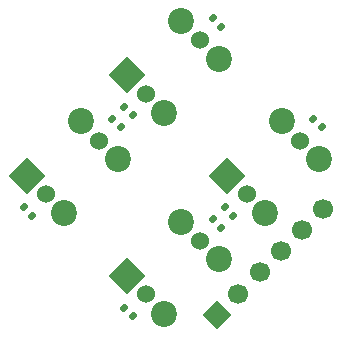
<source format=gts>
%TF.GenerationSoftware,KiCad,Pcbnew,(6.0.9)*%
%TF.CreationDate,2023-04-13T12:37:54+10:00*%
%TF.ProjectId,Dpadleft,44706164-6c65-4667-942e-6b696361645f,rev?*%
%TF.SameCoordinates,PX6bc3e40PY700e860*%
%TF.FileFunction,Soldermask,Top*%
%TF.FilePolarity,Negative*%
%FSLAX46Y46*%
G04 Gerber Fmt 4.6, Leading zero omitted, Abs format (unit mm)*
G04 Created by KiCad (PCBNEW (6.0.9)) date 2023-04-13 12:37:54*
%MOMM*%
%LPD*%
G01*
G04 APERTURE LIST*
G04 Aperture macros list*
%AMRoundRect*
0 Rectangle with rounded corners*
0 $1 Rounding radius*
0 $2 $3 $4 $5 $6 $7 $8 $9 X,Y pos of 4 corners*
0 Add a 4 corners polygon primitive as box body*
4,1,4,$2,$3,$4,$5,$6,$7,$8,$9,$2,$3,0*
0 Add four circle primitives for the rounded corners*
1,1,$1+$1,$2,$3*
1,1,$1+$1,$4,$5*
1,1,$1+$1,$6,$7*
1,1,$1+$1,$8,$9*
0 Add four rect primitives between the rounded corners*
20,1,$1+$1,$2,$3,$4,$5,0*
20,1,$1+$1,$4,$5,$6,$7,0*
20,1,$1+$1,$6,$7,$8,$9,0*
20,1,$1+$1,$8,$9,$2,$3,0*%
%AMHorizOval*
0 Thick line with rounded ends*
0 $1 width*
0 $2 $3 position (X,Y) of the first rounded end (center of the circle)*
0 $4 $5 position (X,Y) of the second rounded end (center of the circle)*
0 Add line between two ends*
20,1,$1,$2,$3,$4,$5,0*
0 Add two circle primitives to create the rounded ends*
1,1,$1,$2,$3*
1,1,$1,$4,$5*%
%AMRotRect*
0 Rectangle, with rotation*
0 The origin of the aperture is its center*
0 $1 length*
0 $2 width*
0 $3 Rotation angle, in degrees counterclockwise*
0 Add horizontal line*
21,1,$1,$2,0,0,$3*%
G04 Aperture macros list end*
%ADD10RoundRect,0.135000X-0.226274X-0.035355X-0.035355X-0.226274X0.226274X0.035355X0.035355X0.226274X0*%
%ADD11RotRect,1.700000X1.700000X135.000000*%
%ADD12HorizOval,1.700000X0.000000X0.000000X0.000000X0.000000X0*%
%ADD13RotRect,2.200000X2.200000X45.000000*%
%ADD14C,2.200000*%
%ADD15C,1.524000*%
%ADD16RoundRect,0.135000X0.226274X0.035355X0.035355X0.226274X-0.226274X-0.035355X-0.035355X-0.226274X0*%
G04 APERTURE END LIST*
D10*
%TO.C,R12*%
X31389376Y4110624D03*
X32110624Y3389376D03*
%TD*%
%TO.C,R9*%
X22889376Y12610624D03*
X23610624Y11889376D03*
%TD*%
D11*
%TO.C,J3*%
X23259872Y-12490129D03*
D12*
X25055923Y-10694078D03*
X26851974Y-8898027D03*
X28648026Y-7101975D03*
X30444077Y-5305924D03*
X32240128Y-3509873D03*
%TD*%
D10*
%TO.C,R10*%
X14389376Y4110624D03*
X15110624Y3389376D03*
%TD*%
D13*
%TO.C,U3*%
X7110913Y-707107D03*
D14*
X11707107Y3889087D03*
X10292893Y-3889087D03*
X14889087Y707107D03*
D15*
X8737258Y-2262742D03*
X13262742Y2262742D03*
%TD*%
D16*
%TO.C,R3*%
X16110624Y-12610624D03*
X15389376Y-11889376D03*
%TD*%
%TO.C,R4*%
X24610624Y-4110624D03*
X23889376Y-3389376D03*
%TD*%
D13*
%TO.C,U2*%
X15610913Y7792893D03*
D14*
X20207107Y12389087D03*
X18792893Y4610913D03*
X23389087Y9207107D03*
D15*
X17237258Y6237258D03*
X21762742Y10762742D03*
%TD*%
D16*
%TO.C,R1*%
X16110624Y4389376D03*
X15389376Y5110624D03*
%TD*%
D13*
%TO.C,U5*%
X24110913Y-707107D03*
D14*
X28707107Y3889087D03*
X27292893Y-3889087D03*
X31889087Y707107D03*
D15*
X25737258Y-2262742D03*
X30262742Y2262742D03*
%TD*%
D10*
%TO.C,R11*%
X22889376Y-4389376D03*
X23610624Y-5110624D03*
%TD*%
D16*
%TO.C,R2*%
X7610624Y-4110624D03*
X6889376Y-3389376D03*
%TD*%
D13*
%TO.C,U4*%
X15610913Y-9207107D03*
D14*
X20207107Y-4610913D03*
X18792893Y-12389087D03*
X23389087Y-7792893D03*
D15*
X17237258Y-10762742D03*
X21762742Y-6237258D03*
%TD*%
M02*

</source>
